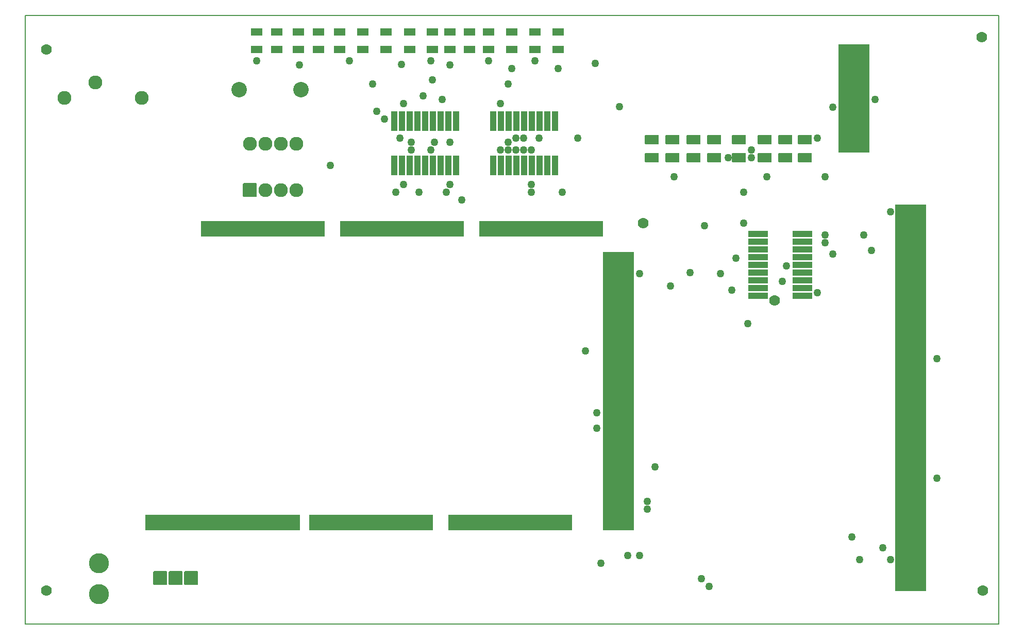
<source format=gbr>
G04 PROTEUS GERBER X2 FILE*
%TF.GenerationSoftware,Labcenter,Proteus,8.13-SP0-Build31525*%
%TF.CreationDate,2024-05-27T19:23:28+00:00*%
%TF.FileFunction,Soldermask,Top*%
%TF.FilePolarity,Negative*%
%TF.Part,Single*%
%TF.SameCoordinates,{9f2e17e2-6f08-49dd-ae8b-9f6cb0eb8b28}*%
%FSLAX45Y45*%
%MOMM*%
G01*
%TA.AperFunction,Material*%
%ADD30C,1.270000*%
%ADD31C,1.778000*%
%AMPPAD026*
4,1,36,
-1.143000,1.270000,
1.143000,1.270000,
1.168970,1.267470,
1.192980,1.260200,
1.214580,1.248650,
1.233290,1.233290,
1.248650,1.214570,
1.260200,1.192980,
1.267470,1.168970,
1.270000,1.143000,
1.270000,-1.143000,
1.267470,-1.168970,
1.260200,-1.192980,
1.248650,-1.214570,
1.233290,-1.233290,
1.214580,-1.248650,
1.192980,-1.260200,
1.168970,-1.267470,
1.143000,-1.270000,
-1.143000,-1.270000,
-1.168970,-1.267470,
-1.192980,-1.260200,
-1.214580,-1.248650,
-1.233290,-1.233290,
-1.248650,-1.214570,
-1.260200,-1.192980,
-1.267470,-1.168970,
-1.270000,-1.143000,
-1.270000,1.143000,
-1.267470,1.168970,
-1.260200,1.192980,
-1.248650,1.214570,
-1.233290,1.233290,
-1.214580,1.248650,
-1.192980,1.260200,
-1.168970,1.267470,
-1.143000,1.270000,
0*%
%TA.AperFunction,Material*%
%ADD32PPAD026*%
%TA.AperFunction,Material*%
%ADD33C,2.540000*%
%ADD34C,3.302000*%
%AMPPAD029*
4,1,36,
-1.016000,1.143000,
1.016000,1.143000,
1.041970,1.140470,
1.065980,1.133200,
1.087580,1.121650,
1.106290,1.106290,
1.121650,1.087570,
1.133200,1.065980,
1.140470,1.041970,
1.143000,1.016000,
1.143000,-1.016000,
1.140470,-1.041970,
1.133200,-1.065980,
1.121650,-1.087570,
1.106290,-1.106290,
1.087580,-1.121650,
1.065980,-1.133200,
1.041970,-1.140470,
1.016000,-1.143000,
-1.016000,-1.143000,
-1.041970,-1.140470,
-1.065980,-1.133200,
-1.087580,-1.121650,
-1.106290,-1.106290,
-1.121650,-1.087570,
-1.133200,-1.065980,
-1.140470,-1.041970,
-1.143000,-1.016000,
-1.143000,1.016000,
-1.140470,1.041970,
-1.133200,1.065980,
-1.121650,1.087570,
-1.106290,1.106290,
-1.087580,1.121650,
-1.065980,1.133200,
-1.041970,1.140470,
-1.016000,1.143000,
0*%
%TA.AperFunction,Material*%
%ADD35PPAD029*%
%ADD36C,2.286000*%
%AMPPAD031*
4,1,4,
-0.469900,1.625600,
0.469900,1.625600,
0.469900,-1.625600,
-0.469900,-1.625600,
-0.469900,1.625600,
0*%
%TA.AperFunction,Material*%
%ADD37PPAD031*%
%AMPPAD032*
4,1,4,
0.901700,0.571500,
0.901700,-0.571500,
-0.901700,-0.571500,
-0.901700,0.571500,
0.901700,0.571500,
0*%
%TA.AperFunction,Material*%
%ADD38PPAD032*%
%AMPPAD033*
4,1,4,
-1.625600,-0.469900,
-1.625600,0.469900,
1.625600,0.469900,
1.625600,-0.469900,
-1.625600,-0.469900,
0*%
%TA.AperFunction,Material*%
%ADD39PPAD033*%
%AMPPAD034*
4,1,36,
1.143000,0.635000,
1.143000,-0.635000,
1.140470,-0.660970,
1.133200,-0.684980,
1.121650,-0.706580,
1.106290,-0.725290,
1.087570,-0.740650,
1.065980,-0.752200,
1.041970,-0.759470,
1.016000,-0.762000,
-1.016000,-0.762000,
-1.041970,-0.759470,
-1.065980,-0.752200,
-1.087570,-0.740650,
-1.106290,-0.725290,
-1.121650,-0.706580,
-1.133200,-0.684980,
-1.140470,-0.660970,
-1.143000,-0.635000,
-1.143000,0.635000,
-1.140470,0.660970,
-1.133200,0.684980,
-1.121650,0.706580,
-1.106290,0.725290,
-1.087570,0.740650,
-1.065980,0.752200,
-1.041970,0.759470,
-1.016000,0.762000,
1.016000,0.762000,
1.041970,0.759470,
1.065980,0.752200,
1.087570,0.740650,
1.106290,0.725290,
1.121650,0.706580,
1.133200,0.684980,
1.140470,0.660970,
1.143000,0.635000,
0*%
%TA.AperFunction,Material*%
%ADD40PPAD034*%
%TA.AperFunction,Profile*%
%ADD24C,0.203200*%
%TD.AperFunction*%
D30*
X+63500Y+2794000D03*
X-63500Y+2794000D03*
X+317500Y+2222500D03*
X+317500Y+2095500D03*
X-1016000Y+2222500D03*
X-190500Y+2794000D03*
X-1079500Y+2095500D03*
X-1333500Y+2794000D03*
X-1651000Y+2794000D03*
X-1778000Y+2222500D03*
X-1905000Y+2095500D03*
X-2667000Y+4254500D03*
X-1460500Y+3683000D03*
X-1016000Y+2921000D03*
X+3238500Y-4381500D03*
X+2222500Y-3111500D03*
X+2222500Y-2984500D03*
X+2095500Y-3873500D03*
X+6985000Y-2603500D03*
X+3111500Y-4254500D03*
X+5270500Y+3492500D03*
X+5969000Y+3619500D03*
X-1143000Y+3619500D03*
X-2286000Y+3873500D03*
X-1270000Y+2921000D03*
X+3937000Y+2794000D03*
X+1206500Y-508000D03*
X+6096000Y-3746500D03*
X+1397000Y-1778000D03*
X+5715000Y-3937000D03*
X+1397000Y-1524000D03*
X+6985000Y-635000D03*
X+3873500Y-63500D03*
X-1016000Y+4191000D03*
X-190500Y+3556000D03*
X-63500Y+2921000D03*
X-63500Y+3873500D03*
D31*
X+2159000Y+1587500D03*
X+4318000Y+317500D03*
D30*
X+63500Y+2984500D03*
X-381000Y+4254500D03*
X+2349500Y-2413000D03*
X-3492500Y+4191000D03*
X-1651000Y+2921000D03*
X-2095500Y+3302000D03*
X-4191000Y+4254500D03*
X-1778000Y+3556000D03*
X-2222500Y+3429000D03*
X-1841500Y+2984500D03*
X+5016500Y+444500D03*
X+3810000Y+2095500D03*
X+4191000Y+2349500D03*
X+5143500Y+1270000D03*
X+190500Y+2794000D03*
X-2984500Y+2540000D03*
X+0Y+4127500D03*
X+190500Y+2984500D03*
X+317500Y+2794000D03*
X+1079500Y+2984500D03*
X+825500Y+2095500D03*
X+6223000Y+1778000D03*
X+381000Y+4254500D03*
X-825500Y+1968500D03*
X+762000Y+4127500D03*
X+444500Y+2984500D03*
X+3810000Y+1587500D03*
X+2095500Y+762000D03*
X+2667000Y+2349500D03*
X+4445000Y+635000D03*
X+3429000Y+762000D03*
X+5778500Y+1397000D03*
X+5143500Y+1397000D03*
X+5143500Y+2349500D03*
X+3556000Y+2667000D03*
X+4508500Y+889000D03*
X+3683000Y+1016000D03*
X+5905500Y+1143000D03*
X+3937000Y+2667000D03*
X+5270500Y+1079500D03*
X+5016500Y+2984500D03*
X+3615633Y+490208D03*
X+2603500Y+558800D03*
X+2929648Y+772945D03*
X+3162300Y+1549400D03*
X+1769316Y+3504046D03*
X+1371600Y+4216400D03*
X-1333500Y+4254500D03*
X-1303486Y+3944921D03*
X-1813288Y+4194742D03*
X-1524000Y+2095500D03*
X+1460500Y-4000500D03*
X+6223000Y-3937000D03*
X+1905000Y-3873500D03*
X+5588000Y-3568700D03*
D32*
X-4978400Y+1498600D03*
X-4724400Y+1498600D03*
X-4470400Y+1498600D03*
X-4216400Y+1498600D03*
X-3962400Y+1498600D03*
X-3708400Y+1498600D03*
X-3454400Y+1498600D03*
X-3200400Y+1498600D03*
X-2692400Y+1498600D03*
X-2438400Y+1498600D03*
X-2184400Y+1498600D03*
X-1930400Y+1498600D03*
X-1676400Y+1498600D03*
X-1422400Y+1498600D03*
X-1168400Y+1498600D03*
X-914400Y+1498600D03*
X-406400Y+1498600D03*
X-152400Y+1498600D03*
X+101600Y+1498600D03*
X+355600Y+1498600D03*
X+609600Y+1498600D03*
X+863600Y+1498600D03*
X+1117600Y+1498600D03*
X+1371600Y+1498600D03*
X+1625600Y+990600D03*
X+1625600Y+736600D03*
X+1625600Y+482600D03*
X+1625600Y+228600D03*
X+1625600Y-25400D03*
X+1625600Y-279400D03*
X+1625600Y-533400D03*
X+1625600Y-787400D03*
X+1625600Y-1041400D03*
X+1625600Y-1295400D03*
X+1625600Y-1549400D03*
X+1625600Y-1803400D03*
X+1625600Y-2057400D03*
X+1625600Y-2311400D03*
X+1625600Y-2565400D03*
X+1625600Y-2819400D03*
X+1625600Y-3073400D03*
X+1625600Y-3327400D03*
X+1879600Y+990600D03*
X+1879600Y+736600D03*
X+1879600Y+482600D03*
X+1879600Y+228600D03*
X+1879600Y-25400D03*
X+1879600Y-279400D03*
X+1879600Y-533400D03*
X+1879600Y-787400D03*
X+1879600Y-1041400D03*
X+1879600Y-1295400D03*
X+1879600Y-1549400D03*
X+1879600Y-1803400D03*
X+1879600Y-2057400D03*
X+1879600Y-2311400D03*
X+1879600Y-2565400D03*
X+1879600Y-2819400D03*
X+1879600Y-3073400D03*
X+1879600Y-3327400D03*
X+863600Y-3327400D03*
X+609600Y-3327400D03*
X+355600Y-3327400D03*
X+101600Y-3327400D03*
X-152400Y-3327400D03*
X-406400Y-3327400D03*
X-660400Y-3327400D03*
X-914400Y-3327400D03*
X-1422400Y-3327400D03*
X-1676400Y-3327400D03*
X-1930400Y-3327400D03*
X-2184400Y-3327400D03*
X-2438400Y-3327400D03*
X-2692400Y-3327400D03*
X-2946400Y-3327400D03*
X-3200400Y-3327400D03*
X-3606800Y-3327400D03*
X-3860800Y-3327400D03*
X-4114800Y-3327400D03*
X-4368800Y-3327400D03*
X-4622800Y-3327400D03*
X-4876800Y-3327400D03*
X-5130800Y-3327400D03*
X-5384800Y-3327400D03*
X-5638800Y-3327400D03*
X-5892800Y-3327400D03*
D33*
X-4483100Y+3784600D03*
X-3467100Y+3784600D03*
D32*
X+5488940Y+4396740D03*
X+5742940Y+4396740D03*
X+5488940Y+4142740D03*
X+5742940Y+4142740D03*
X+5488940Y+3888740D03*
X+5742940Y+3888740D03*
X+5488940Y+3634740D03*
X+5742940Y+3634740D03*
X+5488940Y+3380740D03*
X+5742940Y+3380740D03*
X+5488940Y+3126740D03*
X+5742940Y+3126740D03*
X+5488940Y+2872740D03*
X+5742940Y+2872740D03*
D34*
X-6781800Y-4000500D03*
X-6781800Y-4508500D03*
D35*
X-4305300Y+2133600D03*
D36*
X-4051300Y+2133600D03*
X-3797300Y+2133600D03*
X-3543300Y+2133600D03*
X-3543300Y+2895600D03*
X-3797300Y+2895600D03*
X-4051300Y+2895600D03*
X-4305300Y+2895600D03*
D32*
X+6421120Y-4330700D03*
X+6675120Y-4330700D03*
X+6421120Y-4076700D03*
X+6675120Y-4076700D03*
X+6421120Y-3822700D03*
X+6675120Y-3822700D03*
X+6421120Y-3568700D03*
X+6675120Y-3568700D03*
X+6421120Y-3314700D03*
X+6675120Y-3314700D03*
X+6421120Y-3060700D03*
X+6675120Y-3060700D03*
X+6421120Y-2806700D03*
X+6675120Y-2806700D03*
X+6421120Y-2552700D03*
X+6675120Y-2552700D03*
X+6421120Y-2298700D03*
X+6675120Y-2298700D03*
X+6421120Y-2044700D03*
X+6675120Y-2044700D03*
X+6421120Y-1790700D03*
X+6675120Y-1790700D03*
X+6421120Y-1536700D03*
X+6675120Y-1536700D03*
X+6421120Y-1282700D03*
X+6675120Y-1282700D03*
X+6421120Y-1028700D03*
X+6675120Y-1028700D03*
X+6421120Y-774700D03*
X+6675120Y-774700D03*
X+6421120Y-520700D03*
X+6675120Y-520700D03*
X+6421120Y-266700D03*
X+6675120Y-266700D03*
X+6421120Y-12700D03*
X+6675120Y-12700D03*
X+6421120Y+241300D03*
X+6675120Y+241300D03*
X+6421120Y+495300D03*
X+6675120Y+495300D03*
X+6421120Y+749300D03*
X+6675120Y+749300D03*
X+6421120Y+1003300D03*
X+6675120Y+1003300D03*
X+6421120Y+1257300D03*
X+6675120Y+1257300D03*
X+6421120Y+1511300D03*
X+6675120Y+1511300D03*
X+6421120Y+1765300D03*
X+6675120Y+1765300D03*
D31*
X-7645400Y-4445000D03*
X-7645400Y+4445000D03*
X+7721600Y+4648200D03*
X+7734300Y-4445000D03*
D36*
X-6083300Y+3644900D03*
X-7353300Y+3644900D03*
X-6845300Y+3898900D03*
D37*
X-1930400Y+2540748D03*
X-1803400Y+2540748D03*
X-1676400Y+2540748D03*
X-1549400Y+2540748D03*
X-1422400Y+2540748D03*
X-1295400Y+2540748D03*
X-1168400Y+2540748D03*
X-1041400Y+2540748D03*
X-914400Y+2540748D03*
X-914400Y+3264648D03*
X-1041400Y+3264648D03*
X-1168400Y+3264648D03*
X-1295400Y+3264648D03*
X-1422400Y+3264648D03*
X-1549400Y+3264648D03*
X-1676400Y+3264648D03*
X-1803400Y+3264648D03*
X-1930400Y+3264648D03*
D38*
X-4191000Y+4731813D03*
X-4191000Y+4441813D03*
X-3860800Y+4731813D03*
X-3860800Y+4441813D03*
X-3505200Y+4731813D03*
X-3505200Y+4441813D03*
X-3175000Y+4731813D03*
X-3175000Y+4441813D03*
X-2832100Y+4731813D03*
X-2832100Y+4441813D03*
X-2451100Y+4731813D03*
X-2451100Y+4441813D03*
X-2070100Y+4731813D03*
X-2070100Y+4441813D03*
X-1676400Y+4731813D03*
X-1676400Y+4441813D03*
D37*
X-304800Y+2540748D03*
X-177800Y+2540748D03*
X-50800Y+2540748D03*
X+76200Y+2540748D03*
X+203200Y+2540748D03*
X+330200Y+2540748D03*
X+457200Y+2540748D03*
X+584200Y+2540748D03*
X+711200Y+2540748D03*
X+711200Y+3264648D03*
X+584200Y+3264648D03*
X+457200Y+3264648D03*
X+330200Y+3264648D03*
X+203200Y+3264648D03*
X+76200Y+3264648D03*
X-50800Y+3264648D03*
X-177800Y+3264648D03*
X-304800Y+3264648D03*
D38*
X-1308100Y+4731813D03*
X-1308100Y+4441813D03*
X-1016000Y+4731813D03*
X-1016000Y+4441813D03*
X-698500Y+4731813D03*
X-698500Y+4441813D03*
X-381000Y+4731813D03*
X-381000Y+4441813D03*
X+0Y+4731813D03*
X+0Y+4441813D03*
X+381000Y+4731813D03*
X+381000Y+4441813D03*
X+762000Y+4731813D03*
X+762000Y+4441813D03*
D39*
X+4044950Y+1409700D03*
X+4044950Y+1282700D03*
X+4044950Y+1155700D03*
X+4044950Y+1028700D03*
X+4044950Y+901700D03*
X+4044950Y+774700D03*
X+4044950Y+647700D03*
X+4044950Y+520700D03*
X+4044950Y+393700D03*
X+4768850Y+393700D03*
X+4768850Y+520700D03*
X+4768850Y+647700D03*
X+4768850Y+774700D03*
X+4768850Y+901700D03*
X+4768850Y+1028700D03*
X+4768850Y+1155700D03*
X+4768850Y+1282700D03*
X+4768850Y+1409700D03*
D40*
X+4813300Y+2957000D03*
X+4813300Y+2667000D03*
X+4495800Y+2957000D03*
X+4495800Y+2667000D03*
X+4152900Y+2957000D03*
X+4152900Y+2667000D03*
X+3733800Y+2957000D03*
X+3733800Y+2667000D03*
X+3327400Y+2957000D03*
X+3327400Y+2667000D03*
X+2984500Y+2957000D03*
X+2984500Y+2667000D03*
X+2641600Y+2957000D03*
X+2641600Y+2667000D03*
X+2298700Y+2957000D03*
X+2298700Y+2667000D03*
D35*
X-5778500Y-4241800D03*
X-5524500Y-4241800D03*
X-5270500Y-4241800D03*
D24*
X-8000000Y-5000000D02*
X+8000000Y-5000000D01*
X+8000000Y+5000000D01*
X-8000000Y+5000000D01*
X-8000000Y-5000000D01*
M02*

</source>
